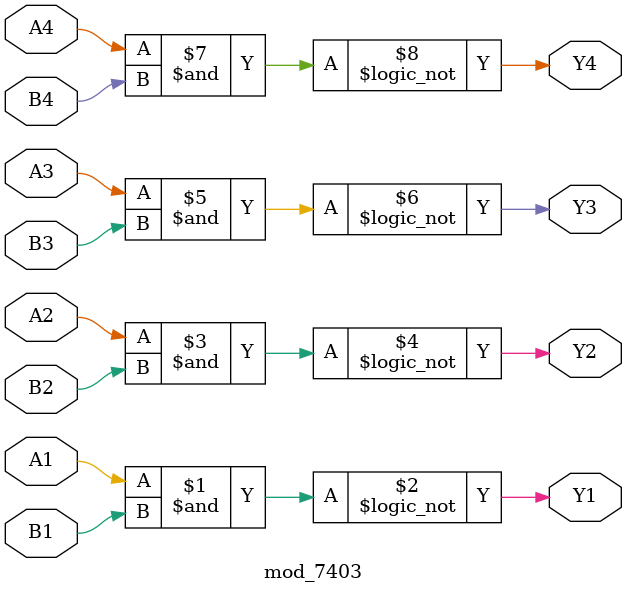
<source format=v>
module mod_7403 (
	input A1, input B1, output Y1, 
	input A2, input B2, output Y2, 
	input A3, input B3, output Y3, 
	input A4, input B4, output Y4
);
	assign Y1 = !(A1 & B1);
	assign Y2 = !(A2 & B2);
	assign Y3 = !(A3 & B3);
	assign Y4 = !(A4 & B4);
endmodule
</source>
